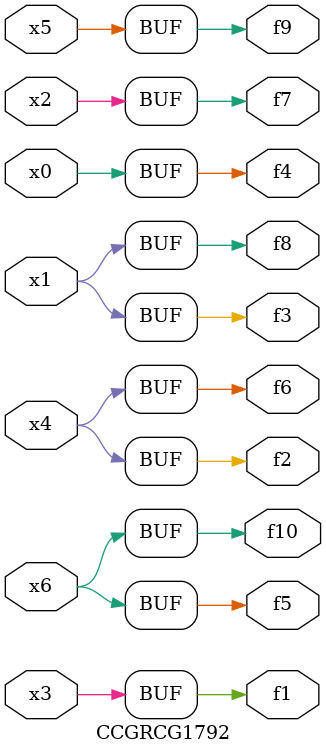
<source format=v>
module CCGRCG1792(
	input x0, x1, x2, x3, x4, x5, x6,
	output f1, f2, f3, f4, f5, f6, f7, f8, f9, f10
);
	assign f1 = x3;
	assign f2 = x4;
	assign f3 = x1;
	assign f4 = x0;
	assign f5 = x6;
	assign f6 = x4;
	assign f7 = x2;
	assign f8 = x1;
	assign f9 = x5;
	assign f10 = x6;
endmodule

</source>
